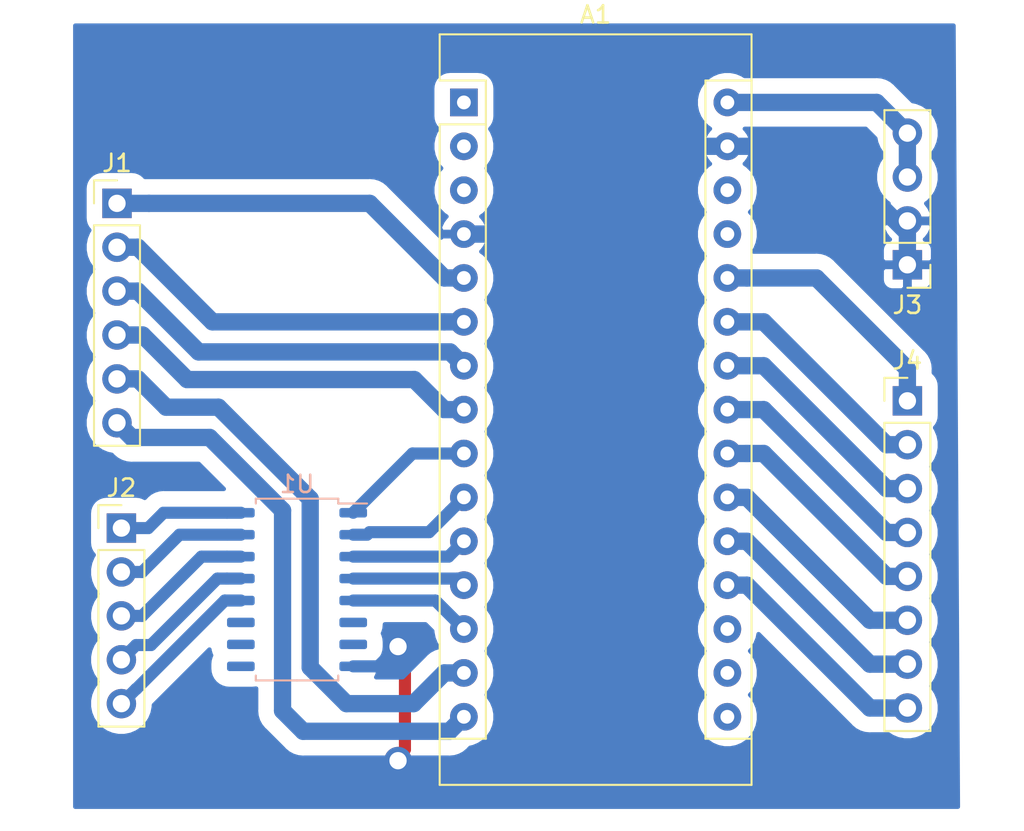
<source format=kicad_pcb>
(kicad_pcb (version 20171130) (host pcbnew 5.1.5-52549c5~84~ubuntu16.04.1)

  (general
    (thickness 1.6)
    (drawings 0)
    (tracks 120)
    (zones 0)
    (modules 6)
    (nets 27)
  )

  (page A4)
  (layers
    (0 F.Cu signal)
    (31 B.Cu signal)
    (32 B.Adhes user)
    (33 F.Adhes user)
    (34 B.Paste user)
    (35 F.Paste user)
    (36 B.SilkS user)
    (37 F.SilkS user)
    (38 B.Mask user)
    (39 F.Mask user)
    (40 Dwgs.User user)
    (41 Cmts.User user)
    (42 Eco1.User user)
    (43 Eco2.User user)
    (44 Edge.Cuts user)
    (45 Margin user)
    (46 B.CrtYd user)
    (47 F.CrtYd user)
    (48 B.Fab user)
    (49 F.Fab user)
  )

  (setup
    (last_trace_width 1)
    (trace_clearance 0.9)
    (zone_clearance 0.508)
    (zone_45_only no)
    (trace_min 0.2)
    (via_size 0.8)
    (via_drill 0.4)
    (via_min_size 0.4)
    (via_min_drill 0.3)
    (uvia_size 0.3)
    (uvia_drill 0.1)
    (uvias_allowed no)
    (uvia_min_size 0.2)
    (uvia_min_drill 0.1)
    (edge_width 0.05)
    (segment_width 0.2)
    (pcb_text_width 0.3)
    (pcb_text_size 1.5 1.5)
    (mod_edge_width 0.12)
    (mod_text_size 1 1)
    (mod_text_width 0.15)
    (pad_size 1.524 1.524)
    (pad_drill 0.762)
    (pad_to_mask_clearance 0.051)
    (solder_mask_min_width 0.25)
    (aux_axis_origin 0 0)
    (visible_elements FFFFFF7F)
    (pcbplotparams
      (layerselection 0x010fc_ffffffff)
      (usegerberextensions false)
      (usegerberattributes false)
      (usegerberadvancedattributes false)
      (creategerberjobfile false)
      (excludeedgelayer true)
      (linewidth 0.500000)
      (plotframeref false)
      (viasonmask false)
      (mode 1)
      (useauxorigin false)
      (hpglpennumber 1)
      (hpglpenspeed 20)
      (hpglpendiameter 15.000000)
      (psnegative false)
      (psa4output false)
      (plotreference true)
      (plotvalue true)
      (plotinvisibletext false)
      (padsonsilk false)
      (subtractmaskfromsilk false)
      (outputformat 1)
      (mirror false)
      (drillshape 1)
      (scaleselection 1)
      (outputdirectory ""))
  )

  (net 0 "")
  (net 1 "Net-(A1-Pad15)")
  (net 2 "Net-(A1-Pad30)")
  (net 3 "Net-(A1-Pad14)")
  (net 4 GND)
  (net 5 "Net-(A1-Pad13)")
  (net 6 "Net-(A1-Pad12)")
  (net 7 "Net-(A1-Pad11)")
  (net 8 "Net-(A1-Pad26)")
  (net 9 "Net-(A1-Pad10)")
  (net 10 "Net-(A1-Pad25)")
  (net 11 "Net-(A1-Pad9)")
  (net 12 "Net-(A1-Pad24)")
  (net 13 "Net-(A1-Pad8)")
  (net 14 "Net-(A1-Pad23)")
  (net 15 "Net-(A1-Pad7)")
  (net 16 "Net-(A1-Pad22)")
  (net 17 "Net-(A1-Pad6)")
  (net 18 "Net-(A1-Pad21)")
  (net 19 "Net-(A1-Pad5)")
  (net 20 "Net-(A1-Pad20)")
  (net 21 "Net-(A1-Pad19)")
  (net 22 "Net-(J2-Pad5)")
  (net 23 "Net-(J2-Pad4)")
  (net 24 "Net-(J2-Pad3)")
  (net 25 "Net-(J2-Pad2)")
  (net 26 "Net-(J2-Pad1)")

  (net_class Default "This is the default net class."
    (clearance 0.9)
    (trace_width 1)
    (via_dia 0.8)
    (via_drill 0.4)
    (uvia_dia 0.3)
    (uvia_drill 0.1)
    (add_net GND)
    (add_net "Net-(A1-Pad10)")
    (add_net "Net-(A1-Pad11)")
    (add_net "Net-(A1-Pad12)")
    (add_net "Net-(A1-Pad13)")
    (add_net "Net-(A1-Pad14)")
    (add_net "Net-(A1-Pad15)")
    (add_net "Net-(A1-Pad19)")
    (add_net "Net-(A1-Pad20)")
    (add_net "Net-(A1-Pad21)")
    (add_net "Net-(A1-Pad22)")
    (add_net "Net-(A1-Pad23)")
    (add_net "Net-(A1-Pad24)")
    (add_net "Net-(A1-Pad25)")
    (add_net "Net-(A1-Pad26)")
    (add_net "Net-(A1-Pad30)")
    (add_net "Net-(A1-Pad5)")
    (add_net "Net-(A1-Pad6)")
    (add_net "Net-(A1-Pad7)")
    (add_net "Net-(A1-Pad8)")
    (add_net "Net-(A1-Pad9)")
    (add_net "Net-(J2-Pad1)")
    (add_net "Net-(J2-Pad2)")
    (add_net "Net-(J2-Pad3)")
    (add_net "Net-(J2-Pad4)")
    (add_net "Net-(J2-Pad5)")
    (add_net "Net-(U1-Pad10)")
    (add_net "Net-(U1-Pad11)")
    (add_net "Net-(U1-Pad6)")
    (add_net "Net-(U1-Pad7)")
    (add_net "Net-(U1-Pad9)")
  )

  (module Package_SO:SOIC-16_4.55x10.3mm_P1.27mm (layer B.Cu) (tedit 5D9F72B1) (tstamp 5E5DF388)
    (at 114.808 104.394 180)
    (descr "SOIC, 16 Pin (https://toshiba.semicon-storage.com/info/docget.jsp?did=12858&prodName=TLP291-4), generated with kicad-footprint-generator ipc_gullwing_generator.py")
    (tags "SOIC SO")
    (path /5E5DE4F5)
    (attr smd)
    (fp_text reference U1 (at 0 6.1) (layer B.SilkS)
      (effects (font (size 1 1) (thickness 0.15)) (justify mirror))
    )
    (fp_text value ULN2003A (at 0 -6.1) (layer B.Fab)
      (effects (font (size 1 1) (thickness 0.15)) (justify mirror))
    )
    (fp_text user %R (at 0 0) (layer B.Fab)
      (effects (font (size 1 1) (thickness 0.15)) (justify mirror))
    )
    (fp_line (start 4.3 5.4) (end -4.3 5.4) (layer B.CrtYd) (width 0.05))
    (fp_line (start 4.3 -5.4) (end 4.3 5.4) (layer B.CrtYd) (width 0.05))
    (fp_line (start -4.3 -5.4) (end 4.3 -5.4) (layer B.CrtYd) (width 0.05))
    (fp_line (start -4.3 5.4) (end -4.3 -5.4) (layer B.CrtYd) (width 0.05))
    (fp_line (start -2.275 4.15) (end -1.275 5.15) (layer B.Fab) (width 0.1))
    (fp_line (start -2.275 -5.15) (end -2.275 4.15) (layer B.Fab) (width 0.1))
    (fp_line (start 2.275 -5.15) (end -2.275 -5.15) (layer B.Fab) (width 0.1))
    (fp_line (start 2.275 5.15) (end 2.275 -5.15) (layer B.Fab) (width 0.1))
    (fp_line (start -1.275 5.15) (end 2.275 5.15) (layer B.Fab) (width 0.1))
    (fp_line (start -2.385 4.98) (end -4.05 4.98) (layer B.SilkS) (width 0.12))
    (fp_line (start -2.385 5.26) (end -2.385 4.98) (layer B.SilkS) (width 0.12))
    (fp_line (start 0 5.26) (end -2.385 5.26) (layer B.SilkS) (width 0.12))
    (fp_line (start 2.385 5.26) (end 2.385 4.98) (layer B.SilkS) (width 0.12))
    (fp_line (start 0 5.26) (end 2.385 5.26) (layer B.SilkS) (width 0.12))
    (fp_line (start -2.385 -5.26) (end -2.385 -4.98) (layer B.SilkS) (width 0.12))
    (fp_line (start 0 -5.26) (end -2.385 -5.26) (layer B.SilkS) (width 0.12))
    (fp_line (start 2.385 -5.26) (end 2.385 -4.98) (layer B.SilkS) (width 0.12))
    (fp_line (start 0 -5.26) (end 2.385 -5.26) (layer B.SilkS) (width 0.12))
    (pad 16 smd roundrect (at 3.25 4.445 180) (size 1.6 0.55) (layers B.Cu B.Paste B.Mask) (roundrect_rratio 0.25)
      (net 26 "Net-(J2-Pad1)"))
    (pad 15 smd roundrect (at 3.25 3.175 180) (size 1.6 0.55) (layers B.Cu B.Paste B.Mask) (roundrect_rratio 0.25)
      (net 25 "Net-(J2-Pad2)"))
    (pad 14 smd roundrect (at 3.25 1.905 180) (size 1.6 0.55) (layers B.Cu B.Paste B.Mask) (roundrect_rratio 0.25)
      (net 24 "Net-(J2-Pad3)"))
    (pad 13 smd roundrect (at 3.25 0.635 180) (size 1.6 0.55) (layers B.Cu B.Paste B.Mask) (roundrect_rratio 0.25)
      (net 23 "Net-(J2-Pad4)"))
    (pad 12 smd roundrect (at 3.25 -0.635 180) (size 1.6 0.55) (layers B.Cu B.Paste B.Mask) (roundrect_rratio 0.25)
      (net 22 "Net-(J2-Pad5)"))
    (pad 11 smd roundrect (at 3.25 -1.905 180) (size 1.6 0.55) (layers B.Cu B.Paste B.Mask) (roundrect_rratio 0.25))
    (pad 10 smd roundrect (at 3.25 -3.175 180) (size 1.6 0.55) (layers B.Cu B.Paste B.Mask) (roundrect_rratio 0.25))
    (pad 9 smd roundrect (at 3.25 -4.445 180) (size 1.6 0.55) (layers B.Cu B.Paste B.Mask) (roundrect_rratio 0.25))
    (pad 8 smd roundrect (at -3.25 -4.445 180) (size 1.6 0.55) (layers B.Cu B.Paste B.Mask) (roundrect_rratio 0.25)
      (net 4 GND))
    (pad 7 smd roundrect (at -3.25 -3.175 180) (size 1.6 0.55) (layers B.Cu B.Paste B.Mask) (roundrect_rratio 0.25))
    (pad 6 smd roundrect (at -3.25 -1.905 180) (size 1.6 0.55) (layers B.Cu B.Paste B.Mask) (roundrect_rratio 0.25))
    (pad 5 smd roundrect (at -3.25 -0.635 180) (size 1.6 0.55) (layers B.Cu B.Paste B.Mask) (roundrect_rratio 0.25)
      (net 5 "Net-(A1-Pad13)"))
    (pad 4 smd roundrect (at -3.25 0.635 180) (size 1.6 0.55) (layers B.Cu B.Paste B.Mask) (roundrect_rratio 0.25)
      (net 6 "Net-(A1-Pad12)"))
    (pad 3 smd roundrect (at -3.25 1.905 180) (size 1.6 0.55) (layers B.Cu B.Paste B.Mask) (roundrect_rratio 0.25)
      (net 7 "Net-(A1-Pad11)"))
    (pad 2 smd roundrect (at -3.25 3.175 180) (size 1.6 0.55) (layers B.Cu B.Paste B.Mask) (roundrect_rratio 0.25)
      (net 9 "Net-(A1-Pad10)"))
    (pad 1 smd roundrect (at -3.25 4.445 180) (size 1.6 0.55) (layers B.Cu B.Paste B.Mask) (roundrect_rratio 0.25)
      (net 11 "Net-(A1-Pad9)"))
    (model ${KISYS3DMOD}/Package_SO.3dshapes/SOIC-16_4.55x10.3mm_P1.27mm.wrl
      (at (xyz 0 0 0))
      (scale (xyz 1 1 1))
      (rotate (xyz 0 0 0))
    )
  )

  (module Connector_PinHeader_2.54mm:PinHeader_1x08_P2.54mm_Vertical (layer F.Cu) (tedit 59FED5CC) (tstamp 5E5DF361)
    (at 150.114 93.472)
    (descr "Through hole straight pin header, 1x08, 2.54mm pitch, single row")
    (tags "Through hole pin header THT 1x08 2.54mm single row")
    (path /5E5F8271)
    (fp_text reference J4 (at 0 -2.33) (layer F.SilkS)
      (effects (font (size 1 1) (thickness 0.15)))
    )
    (fp_text value Conn_01x08_Male (at 0 20.11) (layer F.Fab)
      (effects (font (size 1 1) (thickness 0.15)))
    )
    (fp_text user %R (at 0 8.89 90) (layer F.Fab)
      (effects (font (size 1 1) (thickness 0.15)))
    )
    (fp_line (start 1.8 -1.8) (end -1.8 -1.8) (layer F.CrtYd) (width 0.05))
    (fp_line (start 1.8 19.55) (end 1.8 -1.8) (layer F.CrtYd) (width 0.05))
    (fp_line (start -1.8 19.55) (end 1.8 19.55) (layer F.CrtYd) (width 0.05))
    (fp_line (start -1.8 -1.8) (end -1.8 19.55) (layer F.CrtYd) (width 0.05))
    (fp_line (start -1.33 -1.33) (end 0 -1.33) (layer F.SilkS) (width 0.12))
    (fp_line (start -1.33 0) (end -1.33 -1.33) (layer F.SilkS) (width 0.12))
    (fp_line (start -1.33 1.27) (end 1.33 1.27) (layer F.SilkS) (width 0.12))
    (fp_line (start 1.33 1.27) (end 1.33 19.11) (layer F.SilkS) (width 0.12))
    (fp_line (start -1.33 1.27) (end -1.33 19.11) (layer F.SilkS) (width 0.12))
    (fp_line (start -1.33 19.11) (end 1.33 19.11) (layer F.SilkS) (width 0.12))
    (fp_line (start -1.27 -0.635) (end -0.635 -1.27) (layer F.Fab) (width 0.1))
    (fp_line (start -1.27 19.05) (end -1.27 -0.635) (layer F.Fab) (width 0.1))
    (fp_line (start 1.27 19.05) (end -1.27 19.05) (layer F.Fab) (width 0.1))
    (fp_line (start 1.27 -1.27) (end 1.27 19.05) (layer F.Fab) (width 0.1))
    (fp_line (start -0.635 -1.27) (end 1.27 -1.27) (layer F.Fab) (width 0.1))
    (pad 8 thru_hole oval (at 0 17.78) (size 1.7 1.7) (drill 1) (layers *.Cu *.Mask)
      (net 21 "Net-(A1-Pad19)"))
    (pad 7 thru_hole oval (at 0 15.24) (size 1.7 1.7) (drill 1) (layers *.Cu *.Mask)
      (net 20 "Net-(A1-Pad20)"))
    (pad 6 thru_hole oval (at 0 12.7) (size 1.7 1.7) (drill 1) (layers *.Cu *.Mask)
      (net 18 "Net-(A1-Pad21)"))
    (pad 5 thru_hole oval (at 0 10.16) (size 1.7 1.7) (drill 1) (layers *.Cu *.Mask)
      (net 16 "Net-(A1-Pad22)"))
    (pad 4 thru_hole oval (at 0 7.62) (size 1.7 1.7) (drill 1) (layers *.Cu *.Mask)
      (net 14 "Net-(A1-Pad23)"))
    (pad 3 thru_hole oval (at 0 5.08) (size 1.7 1.7) (drill 1) (layers *.Cu *.Mask)
      (net 12 "Net-(A1-Pad24)"))
    (pad 2 thru_hole oval (at 0 2.54) (size 1.7 1.7) (drill 1) (layers *.Cu *.Mask)
      (net 10 "Net-(A1-Pad25)"))
    (pad 1 thru_hole rect (at 0 0) (size 1.7 1.7) (drill 1) (layers *.Cu *.Mask)
      (net 8 "Net-(A1-Pad26)"))
    (model ${KISYS3DMOD}/Connector_PinHeader_2.54mm.3dshapes/PinHeader_1x08_P2.54mm_Vertical.wrl
      (at (xyz 0 0 0))
      (scale (xyz 1 1 1))
      (rotate (xyz 0 0 0))
    )
  )

  (module Connector_PinHeader_2.54mm:PinHeader_1x04_P2.54mm_Vertical (layer F.Cu) (tedit 59FED5CC) (tstamp 5E5DF345)
    (at 150.114 85.598 180)
    (descr "Through hole straight pin header, 1x04, 2.54mm pitch, single row")
    (tags "Through hole pin header THT 1x04 2.54mm single row")
    (path /5E6026CA)
    (fp_text reference J3 (at 0 -2.33) (layer F.SilkS)
      (effects (font (size 1 1) (thickness 0.15)))
    )
    (fp_text value Conn_01x04_Male (at 0 9.95) (layer F.Fab)
      (effects (font (size 1 1) (thickness 0.15)))
    )
    (fp_text user %R (at 0 3.81 90) (layer F.Fab)
      (effects (font (size 1 1) (thickness 0.15)))
    )
    (fp_line (start 1.8 -1.8) (end -1.8 -1.8) (layer F.CrtYd) (width 0.05))
    (fp_line (start 1.8 9.4) (end 1.8 -1.8) (layer F.CrtYd) (width 0.05))
    (fp_line (start -1.8 9.4) (end 1.8 9.4) (layer F.CrtYd) (width 0.05))
    (fp_line (start -1.8 -1.8) (end -1.8 9.4) (layer F.CrtYd) (width 0.05))
    (fp_line (start -1.33 -1.33) (end 0 -1.33) (layer F.SilkS) (width 0.12))
    (fp_line (start -1.33 0) (end -1.33 -1.33) (layer F.SilkS) (width 0.12))
    (fp_line (start -1.33 1.27) (end 1.33 1.27) (layer F.SilkS) (width 0.12))
    (fp_line (start 1.33 1.27) (end 1.33 8.95) (layer F.SilkS) (width 0.12))
    (fp_line (start -1.33 1.27) (end -1.33 8.95) (layer F.SilkS) (width 0.12))
    (fp_line (start -1.33 8.95) (end 1.33 8.95) (layer F.SilkS) (width 0.12))
    (fp_line (start -1.27 -0.635) (end -0.635 -1.27) (layer F.Fab) (width 0.1))
    (fp_line (start -1.27 8.89) (end -1.27 -0.635) (layer F.Fab) (width 0.1))
    (fp_line (start 1.27 8.89) (end -1.27 8.89) (layer F.Fab) (width 0.1))
    (fp_line (start 1.27 -1.27) (end 1.27 8.89) (layer F.Fab) (width 0.1))
    (fp_line (start -0.635 -1.27) (end 1.27 -1.27) (layer F.Fab) (width 0.1))
    (pad 4 thru_hole oval (at 0 7.62 180) (size 1.7 1.7) (drill 1) (layers *.Cu *.Mask)
      (net 2 "Net-(A1-Pad30)"))
    (pad 3 thru_hole oval (at 0 5.08 180) (size 1.7 1.7) (drill 1) (layers *.Cu *.Mask)
      (net 2 "Net-(A1-Pad30)"))
    (pad 2 thru_hole oval (at 0 2.54 180) (size 1.7 1.7) (drill 1) (layers *.Cu *.Mask)
      (net 4 GND))
    (pad 1 thru_hole rect (at 0 0 180) (size 1.7 1.7) (drill 1) (layers *.Cu *.Mask)
      (net 4 GND))
    (model ${KISYS3DMOD}/Connector_PinHeader_2.54mm.3dshapes/PinHeader_1x04_P2.54mm_Vertical.wrl
      (at (xyz 0 0 0))
      (scale (xyz 1 1 1))
      (rotate (xyz 0 0 0))
    )
  )

  (module Connector_PinHeader_2.54mm:PinHeader_1x05_P2.54mm_Vertical (layer F.Cu) (tedit 59FED5CC) (tstamp 5E5DF32D)
    (at 104.648 100.838)
    (descr "Through hole straight pin header, 1x05, 2.54mm pitch, single row")
    (tags "Through hole pin header THT 1x05 2.54mm single row")
    (path /5E5F223C)
    (fp_text reference J2 (at 0 -2.33) (layer F.SilkS)
      (effects (font (size 1 1) (thickness 0.15)))
    )
    (fp_text value Conn_01x05_Male (at 0 12.49) (layer F.Fab)
      (effects (font (size 1 1) (thickness 0.15)))
    )
    (fp_text user %R (at 0 5.08 90) (layer F.Fab)
      (effects (font (size 1 1) (thickness 0.15)))
    )
    (fp_line (start 1.8 -1.8) (end -1.8 -1.8) (layer F.CrtYd) (width 0.05))
    (fp_line (start 1.8 11.95) (end 1.8 -1.8) (layer F.CrtYd) (width 0.05))
    (fp_line (start -1.8 11.95) (end 1.8 11.95) (layer F.CrtYd) (width 0.05))
    (fp_line (start -1.8 -1.8) (end -1.8 11.95) (layer F.CrtYd) (width 0.05))
    (fp_line (start -1.33 -1.33) (end 0 -1.33) (layer F.SilkS) (width 0.12))
    (fp_line (start -1.33 0) (end -1.33 -1.33) (layer F.SilkS) (width 0.12))
    (fp_line (start -1.33 1.27) (end 1.33 1.27) (layer F.SilkS) (width 0.12))
    (fp_line (start 1.33 1.27) (end 1.33 11.49) (layer F.SilkS) (width 0.12))
    (fp_line (start -1.33 1.27) (end -1.33 11.49) (layer F.SilkS) (width 0.12))
    (fp_line (start -1.33 11.49) (end 1.33 11.49) (layer F.SilkS) (width 0.12))
    (fp_line (start -1.27 -0.635) (end -0.635 -1.27) (layer F.Fab) (width 0.1))
    (fp_line (start -1.27 11.43) (end -1.27 -0.635) (layer F.Fab) (width 0.1))
    (fp_line (start 1.27 11.43) (end -1.27 11.43) (layer F.Fab) (width 0.1))
    (fp_line (start 1.27 -1.27) (end 1.27 11.43) (layer F.Fab) (width 0.1))
    (fp_line (start -0.635 -1.27) (end 1.27 -1.27) (layer F.Fab) (width 0.1))
    (pad 5 thru_hole oval (at 0 10.16) (size 1.7 1.7) (drill 1) (layers *.Cu *.Mask)
      (net 22 "Net-(J2-Pad5)"))
    (pad 4 thru_hole oval (at 0 7.62) (size 1.7 1.7) (drill 1) (layers *.Cu *.Mask)
      (net 23 "Net-(J2-Pad4)"))
    (pad 3 thru_hole oval (at 0 5.08) (size 1.7 1.7) (drill 1) (layers *.Cu *.Mask)
      (net 24 "Net-(J2-Pad3)"))
    (pad 2 thru_hole oval (at 0 2.54) (size 1.7 1.7) (drill 1) (layers *.Cu *.Mask)
      (net 25 "Net-(J2-Pad2)"))
    (pad 1 thru_hole rect (at 0 0) (size 1.7 1.7) (drill 1) (layers *.Cu *.Mask)
      (net 26 "Net-(J2-Pad1)"))
    (model ${KISYS3DMOD}/Connector_PinHeader_2.54mm.3dshapes/PinHeader_1x05_P2.54mm_Vertical.wrl
      (at (xyz 0 0 0))
      (scale (xyz 1 1 1))
      (rotate (xyz 0 0 0))
    )
  )

  (module Connector_PinHeader_2.54mm:PinHeader_1x06_P2.54mm_Vertical (layer F.Cu) (tedit 59FED5CC) (tstamp 5E5DF314)
    (at 104.394 82.042)
    (descr "Through hole straight pin header, 1x06, 2.54mm pitch, single row")
    (tags "Through hole pin header THT 1x06 2.54mm single row")
    (path /5E5F460E)
    (fp_text reference J1 (at 0 -2.33) (layer F.SilkS)
      (effects (font (size 1 1) (thickness 0.15)))
    )
    (fp_text value Conn_01x06_Male (at 0 15.03) (layer F.Fab)
      (effects (font (size 1 1) (thickness 0.15)))
    )
    (fp_text user %R (at 0 6.35 90) (layer F.Fab)
      (effects (font (size 1 1) (thickness 0.15)))
    )
    (fp_line (start 1.8 -1.8) (end -1.8 -1.8) (layer F.CrtYd) (width 0.05))
    (fp_line (start 1.8 14.5) (end 1.8 -1.8) (layer F.CrtYd) (width 0.05))
    (fp_line (start -1.8 14.5) (end 1.8 14.5) (layer F.CrtYd) (width 0.05))
    (fp_line (start -1.8 -1.8) (end -1.8 14.5) (layer F.CrtYd) (width 0.05))
    (fp_line (start -1.33 -1.33) (end 0 -1.33) (layer F.SilkS) (width 0.12))
    (fp_line (start -1.33 0) (end -1.33 -1.33) (layer F.SilkS) (width 0.12))
    (fp_line (start -1.33 1.27) (end 1.33 1.27) (layer F.SilkS) (width 0.12))
    (fp_line (start 1.33 1.27) (end 1.33 14.03) (layer F.SilkS) (width 0.12))
    (fp_line (start -1.33 1.27) (end -1.33 14.03) (layer F.SilkS) (width 0.12))
    (fp_line (start -1.33 14.03) (end 1.33 14.03) (layer F.SilkS) (width 0.12))
    (fp_line (start -1.27 -0.635) (end -0.635 -1.27) (layer F.Fab) (width 0.1))
    (fp_line (start -1.27 13.97) (end -1.27 -0.635) (layer F.Fab) (width 0.1))
    (fp_line (start 1.27 13.97) (end -1.27 13.97) (layer F.Fab) (width 0.1))
    (fp_line (start 1.27 -1.27) (end 1.27 13.97) (layer F.Fab) (width 0.1))
    (fp_line (start -0.635 -1.27) (end 1.27 -1.27) (layer F.Fab) (width 0.1))
    (pad 6 thru_hole oval (at 0 12.7) (size 1.7 1.7) (drill 1) (layers *.Cu *.Mask)
      (net 1 "Net-(A1-Pad15)"))
    (pad 5 thru_hole oval (at 0 10.16) (size 1.7 1.7) (drill 1) (layers *.Cu *.Mask)
      (net 3 "Net-(A1-Pad14)"))
    (pad 4 thru_hole oval (at 0 7.62) (size 1.7 1.7) (drill 1) (layers *.Cu *.Mask)
      (net 13 "Net-(A1-Pad8)"))
    (pad 3 thru_hole oval (at 0 5.08) (size 1.7 1.7) (drill 1) (layers *.Cu *.Mask)
      (net 15 "Net-(A1-Pad7)"))
    (pad 2 thru_hole oval (at 0 2.54) (size 1.7 1.7) (drill 1) (layers *.Cu *.Mask)
      (net 17 "Net-(A1-Pad6)"))
    (pad 1 thru_hole rect (at 0 0) (size 1.7 1.7) (drill 1) (layers *.Cu *.Mask)
      (net 19 "Net-(A1-Pad5)"))
    (model ${KISYS3DMOD}/Connector_PinHeader_2.54mm.3dshapes/PinHeader_1x06_P2.54mm_Vertical.wrl
      (at (xyz 0 0 0))
      (scale (xyz 1 1 1))
      (rotate (xyz 0 0 0))
    )
  )

  (module Module:Arduino_Nano (layer F.Cu) (tedit 58ACAF70) (tstamp 5E5DF2FA)
    (at 124.46 76.2)
    (descr "Arduino Nano, http://www.mouser.com/pdfdocs/Gravitech_Arduino_Nano3_0.pdf")
    (tags "Arduino Nano")
    (path /5E5D44CE)
    (fp_text reference A1 (at 7.62 -5.08) (layer F.SilkS)
      (effects (font (size 1 1) (thickness 0.15)))
    )
    (fp_text value Arduino_Nano_v3.x (at 8.89 19.05 90) (layer F.Fab)
      (effects (font (size 1 1) (thickness 0.15)))
    )
    (fp_line (start 16.75 42.16) (end -1.53 42.16) (layer F.CrtYd) (width 0.05))
    (fp_line (start 16.75 42.16) (end 16.75 -4.06) (layer F.CrtYd) (width 0.05))
    (fp_line (start -1.53 -4.06) (end -1.53 42.16) (layer F.CrtYd) (width 0.05))
    (fp_line (start -1.53 -4.06) (end 16.75 -4.06) (layer F.CrtYd) (width 0.05))
    (fp_line (start 16.51 -3.81) (end 16.51 39.37) (layer F.Fab) (width 0.1))
    (fp_line (start 0 -3.81) (end 16.51 -3.81) (layer F.Fab) (width 0.1))
    (fp_line (start -1.27 -2.54) (end 0 -3.81) (layer F.Fab) (width 0.1))
    (fp_line (start -1.27 39.37) (end -1.27 -2.54) (layer F.Fab) (width 0.1))
    (fp_line (start 16.51 39.37) (end -1.27 39.37) (layer F.Fab) (width 0.1))
    (fp_line (start 16.64 -3.94) (end -1.4 -3.94) (layer F.SilkS) (width 0.12))
    (fp_line (start 16.64 39.5) (end 16.64 -3.94) (layer F.SilkS) (width 0.12))
    (fp_line (start -1.4 39.5) (end 16.64 39.5) (layer F.SilkS) (width 0.12))
    (fp_line (start 3.81 41.91) (end 3.81 31.75) (layer F.Fab) (width 0.1))
    (fp_line (start 11.43 41.91) (end 3.81 41.91) (layer F.Fab) (width 0.1))
    (fp_line (start 11.43 31.75) (end 11.43 41.91) (layer F.Fab) (width 0.1))
    (fp_line (start 3.81 31.75) (end 11.43 31.75) (layer F.Fab) (width 0.1))
    (fp_line (start 1.27 36.83) (end -1.4 36.83) (layer F.SilkS) (width 0.12))
    (fp_line (start 1.27 1.27) (end 1.27 36.83) (layer F.SilkS) (width 0.12))
    (fp_line (start 1.27 1.27) (end -1.4 1.27) (layer F.SilkS) (width 0.12))
    (fp_line (start 13.97 36.83) (end 16.64 36.83) (layer F.SilkS) (width 0.12))
    (fp_line (start 13.97 -1.27) (end 13.97 36.83) (layer F.SilkS) (width 0.12))
    (fp_line (start 13.97 -1.27) (end 16.64 -1.27) (layer F.SilkS) (width 0.12))
    (fp_line (start -1.4 -3.94) (end -1.4 -1.27) (layer F.SilkS) (width 0.12))
    (fp_line (start -1.4 1.27) (end -1.4 39.5) (layer F.SilkS) (width 0.12))
    (fp_line (start 1.27 -1.27) (end -1.4 -1.27) (layer F.SilkS) (width 0.12))
    (fp_line (start 1.27 1.27) (end 1.27 -1.27) (layer F.SilkS) (width 0.12))
    (fp_text user %R (at 6.35 19.05 90) (layer F.Fab)
      (effects (font (size 1 1) (thickness 0.15)))
    )
    (pad 16 thru_hole oval (at 15.24 35.56) (size 1.6 1.6) (drill 0.8) (layers *.Cu *.Mask))
    (pad 15 thru_hole oval (at 0 35.56) (size 1.6 1.6) (drill 0.8) (layers *.Cu *.Mask)
      (net 1 "Net-(A1-Pad15)"))
    (pad 30 thru_hole oval (at 15.24 0) (size 1.6 1.6) (drill 0.8) (layers *.Cu *.Mask)
      (net 2 "Net-(A1-Pad30)"))
    (pad 14 thru_hole oval (at 0 33.02) (size 1.6 1.6) (drill 0.8) (layers *.Cu *.Mask)
      (net 3 "Net-(A1-Pad14)"))
    (pad 29 thru_hole oval (at 15.24 2.54) (size 1.6 1.6) (drill 0.8) (layers *.Cu *.Mask)
      (net 4 GND))
    (pad 13 thru_hole oval (at 0 30.48) (size 1.6 1.6) (drill 0.8) (layers *.Cu *.Mask)
      (net 5 "Net-(A1-Pad13)"))
    (pad 28 thru_hole oval (at 15.24 5.08) (size 1.6 1.6) (drill 0.8) (layers *.Cu *.Mask))
    (pad 12 thru_hole oval (at 0 27.94) (size 1.6 1.6) (drill 0.8) (layers *.Cu *.Mask)
      (net 6 "Net-(A1-Pad12)"))
    (pad 27 thru_hole oval (at 15.24 7.62) (size 1.6 1.6) (drill 0.8) (layers *.Cu *.Mask))
    (pad 11 thru_hole oval (at 0 25.4) (size 1.6 1.6) (drill 0.8) (layers *.Cu *.Mask)
      (net 7 "Net-(A1-Pad11)"))
    (pad 26 thru_hole oval (at 15.24 10.16) (size 1.6 1.6) (drill 0.8) (layers *.Cu *.Mask)
      (net 8 "Net-(A1-Pad26)"))
    (pad 10 thru_hole oval (at 0 22.86) (size 1.6 1.6) (drill 0.8) (layers *.Cu *.Mask)
      (net 9 "Net-(A1-Pad10)"))
    (pad 25 thru_hole oval (at 15.24 12.7) (size 1.6 1.6) (drill 0.8) (layers *.Cu *.Mask)
      (net 10 "Net-(A1-Pad25)"))
    (pad 9 thru_hole oval (at 0 20.32) (size 1.6 1.6) (drill 0.8) (layers *.Cu *.Mask)
      (net 11 "Net-(A1-Pad9)"))
    (pad 24 thru_hole oval (at 15.24 15.24) (size 1.6 1.6) (drill 0.8) (layers *.Cu *.Mask)
      (net 12 "Net-(A1-Pad24)"))
    (pad 8 thru_hole oval (at 0 17.78) (size 1.6 1.6) (drill 0.8) (layers *.Cu *.Mask)
      (net 13 "Net-(A1-Pad8)"))
    (pad 23 thru_hole oval (at 15.24 17.78) (size 1.6 1.6) (drill 0.8) (layers *.Cu *.Mask)
      (net 14 "Net-(A1-Pad23)"))
    (pad 7 thru_hole oval (at 0 15.24) (size 1.6 1.6) (drill 0.8) (layers *.Cu *.Mask)
      (net 15 "Net-(A1-Pad7)"))
    (pad 22 thru_hole oval (at 15.24 20.32) (size 1.6 1.6) (drill 0.8) (layers *.Cu *.Mask)
      (net 16 "Net-(A1-Pad22)"))
    (pad 6 thru_hole oval (at 0 12.7) (size 1.6 1.6) (drill 0.8) (layers *.Cu *.Mask)
      (net 17 "Net-(A1-Pad6)"))
    (pad 21 thru_hole oval (at 15.24 22.86) (size 1.6 1.6) (drill 0.8) (layers *.Cu *.Mask)
      (net 18 "Net-(A1-Pad21)"))
    (pad 5 thru_hole oval (at 0 10.16) (size 1.6 1.6) (drill 0.8) (layers *.Cu *.Mask)
      (net 19 "Net-(A1-Pad5)"))
    (pad 20 thru_hole oval (at 15.24 25.4) (size 1.6 1.6) (drill 0.8) (layers *.Cu *.Mask)
      (net 20 "Net-(A1-Pad20)"))
    (pad 4 thru_hole oval (at 0 7.62) (size 1.6 1.6) (drill 0.8) (layers *.Cu *.Mask)
      (net 4 GND))
    (pad 19 thru_hole oval (at 15.24 27.94) (size 1.6 1.6) (drill 0.8) (layers *.Cu *.Mask)
      (net 21 "Net-(A1-Pad19)"))
    (pad 3 thru_hole oval (at 0 5.08) (size 1.6 1.6) (drill 0.8) (layers *.Cu *.Mask))
    (pad 18 thru_hole oval (at 15.24 30.48) (size 1.6 1.6) (drill 0.8) (layers *.Cu *.Mask))
    (pad 2 thru_hole oval (at 0 2.54) (size 1.6 1.6) (drill 0.8) (layers *.Cu *.Mask))
    (pad 17 thru_hole oval (at 15.24 33.02) (size 1.6 1.6) (drill 0.8) (layers *.Cu *.Mask))
    (pad 1 thru_hole rect (at 0 0) (size 1.6 1.6) (drill 0.8) (layers *.Cu *.Mask))
    (model ${KISYS3DMOD}/Module.3dshapes/Arduino_Nano_WithMountingHoles.wrl
      (at (xyz 0 0 0))
      (scale (xyz 1 1 1))
      (rotate (xyz 0 0 0))
    )
  )

  (segment (start 115.161254 112.598011) (end 123.621989 112.598011) (width 1) (layer B.Cu) (net 1))
  (segment (start 123.660001 112.559999) (end 124.46 111.76) (width 1) (layer B.Cu) (net 1))
  (segment (start 104.394 94.742) (end 105.243999 95.591999) (width 1) (layer B.Cu) (net 1))
  (segment (start 105.243999 95.591999) (end 109.751105 95.591999) (width 1) (layer B.Cu) (net 1))
  (segment (start 123.621989 112.598011) (end 123.660001 112.559999) (width 1) (layer B.Cu) (net 1))
  (segment (start 113.969989 111.406746) (end 115.161254 112.598011) (width 1) (layer B.Cu) (net 1))
  (segment (start 113.969989 99.810883) (end 113.969989 111.406746) (width 1) (layer B.Cu) (net 1))
  (segment (start 109.751105 95.591999) (end 113.969989 99.810883) (width 1) (layer B.Cu) (net 1))
  (segment (start 148.336 76.2) (end 150.114 77.978) (width 1) (layer B.Cu) (net 2))
  (segment (start 139.7 76.2) (end 148.336 76.2) (width 1) (layer B.Cu) (net 2))
  (segment (start 150.114 80.518) (end 150.114 77.978) (width 1) (layer B.Cu) (net 2))
  (segment (start 123.32863 109.22) (end 121.55063 110.998) (width 1) (layer B.Cu) (net 3))
  (segment (start 115.57 108.901106) (end 115.57 99.148137) (width 1) (layer B.Cu) (net 3))
  (segment (start 115.57 99.148137) (end 110.261886 93.840023) (width 1) (layer B.Cu) (net 3))
  (segment (start 107.234104 93.840023) (end 105.596081 92.202) (width 1) (layer B.Cu) (net 3))
  (segment (start 124.46 109.22) (end 123.32863 109.22) (width 1) (layer B.Cu) (net 3))
  (segment (start 121.55063 110.998) (end 117.666894 110.998) (width 1) (layer B.Cu) (net 3))
  (segment (start 110.261886 93.840023) (end 107.234104 93.840023) (width 1) (layer B.Cu) (net 3))
  (segment (start 117.666894 110.998) (end 115.57 108.901106) (width 1) (layer B.Cu) (net 3))
  (segment (start 105.596081 92.202) (end 104.394 92.202) (width 1) (layer B.Cu) (net 3))
  (segment (start 136.144 78.74) (end 139.7 78.74) (width 1) (layer B.Cu) (net 4))
  (segment (start 131.064 83.82) (end 136.144 78.74) (width 1) (layer B.Cu) (net 4))
  (segment (start 145.106 78.74) (end 150.114 83.748) (width 1) (layer B.Cu) (net 4))
  (segment (start 150.114 83.748) (end 150.114 85.598) (width 1) (layer B.Cu) (net 4))
  (segment (start 139.7 78.74) (end 145.106 78.74) (width 1) (layer B.Cu) (net 4))
  (via (at 120.65 107.696) (size 1.6) (drill 1) (layers F.Cu B.Cu) (net 4))
  (segment (start 119.507 108.839) (end 120.65 107.696) (width 0.7) (layer B.Cu) (net 4))
  (segment (start 118.058 108.839) (end 119.507 108.839) (width 0.7) (layer B.Cu) (net 4))
  (segment (start 121.049999 108.095999) (end 121.049999 113.646001) (width 0.7) (layer F.Cu) (net 4))
  (segment (start 120.65 107.696) (end 121.049999 108.095999) (width 0.7) (layer F.Cu) (net 4))
  (via (at 120.65 114.3) (size 1.6) (drill 1) (layers F.Cu B.Cu) (net 4))
  (segment (start 120.65 114.046) (end 120.65 114.3) (width 0.7) (layer F.Cu) (net 4))
  (segment (start 121.049999 113.646001) (end 120.65 114.046) (width 0.7) (layer F.Cu) (net 4))
  (segment (start 121.049999 114.699999) (end 125.584001 114.699999) (width 1) (layer B.Cu) (net 4))
  (segment (start 120.65 114.3) (end 121.049999 114.699999) (width 0.7) (layer B.Cu) (net 4))
  (segment (start 125.584001 114.699999) (end 128.524 111.76) (width 1) (layer B.Cu) (net 4))
  (segment (start 128.524 86.36) (end 125.984 83.82) (width 1) (layer B.Cu) (net 4))
  (segment (start 125.984 83.82) (end 131.064 83.82) (width 1) (layer B.Cu) (net 4))
  (segment (start 128.524 111.76) (end 128.524 86.36) (width 1) (layer B.Cu) (net 4))
  (segment (start 124.46 83.82) (end 125.984 83.82) (width 1) (layer B.Cu) (net 4))
  (segment (start 122.809 105.029) (end 124.46 106.68) (width 0.7) (layer B.Cu) (net 5))
  (segment (start 118.058 105.029) (end 122.809 105.029) (width 0.7) (layer B.Cu) (net 5))
  (segment (start 124.079 103.759) (end 124.46 104.14) (width 0.7) (layer B.Cu) (net 6))
  (segment (start 118.058 103.759) (end 124.079 103.759) (width 0.7) (layer B.Cu) (net 6))
  (segment (start 123.571 102.489) (end 118.058 102.489) (width 0.7) (layer B.Cu) (net 7))
  (segment (start 124.46 101.6) (end 123.571 102.489) (width 0.7) (layer B.Cu) (net 7))
  (segment (start 140.83137 86.36) (end 139.7 86.36) (width 1) (layer B.Cu) (net 8))
  (segment (start 144.852 86.36) (end 140.83137 86.36) (width 1) (layer B.Cu) (net 8))
  (segment (start 150.114 91.622) (end 144.852 86.36) (width 1) (layer B.Cu) (net 8))
  (segment (start 150.114 93.472) (end 150.114 91.622) (width 1) (layer B.Cu) (net 8))
  (segment (start 123.660001 99.859999) (end 124.46 99.06) (width 0.7) (layer B.Cu) (net 9))
  (segment (start 119.00299 101.07401) (end 122.44599 101.07401) (width 0.7) (layer B.Cu) (net 9))
  (segment (start 118.858 101.219) (end 119.00299 101.07401) (width 0.7) (layer B.Cu) (net 9))
  (segment (start 118.058 101.219) (end 118.858 101.219) (width 0.7) (layer B.Cu) (net 9))
  (segment (start 122.44599 101.07401) (end 123.660001 99.859999) (width 0.7) (layer B.Cu) (net 9))
  (segment (start 141.799919 88.9) (end 148.911919 96.012) (width 1) (layer B.Cu) (net 10))
  (segment (start 148.911919 96.012) (end 150.114 96.012) (width 1) (layer B.Cu) (net 10))
  (segment (start 139.7 88.9) (end 141.799919 88.9) (width 1) (layer B.Cu) (net 10))
  (segment (start 121.487 96.52) (end 124.46 96.52) (width 0.7) (layer B.Cu) (net 11))
  (segment (start 118.058 99.949) (end 121.487 96.52) (width 0.7) (layer B.Cu) (net 11))
  (segment (start 139.7 91.44) (end 141.799919 91.44) (width 1) (layer B.Cu) (net 12))
  (segment (start 148.911919 98.552) (end 150.114 98.552) (width 1) (layer B.Cu) (net 12))
  (segment (start 141.799919 91.44) (end 148.911919 98.552) (width 1) (layer B.Cu) (net 12))
  (segment (start 104.394 89.662) (end 105.873325 89.662) (width 1) (layer B.Cu) (net 13))
  (segment (start 123.32863 93.98) (end 124.46 93.98) (width 1) (layer B.Cu) (net 13))
  (segment (start 121.588642 92.240012) (end 123.32863 93.98) (width 1) (layer B.Cu) (net 13))
  (segment (start 108.451336 92.240012) (end 121.588642 92.240012) (width 1) (layer B.Cu) (net 13))
  (segment (start 105.873325 89.662) (end 108.451336 92.240012) (width 1) (layer B.Cu) (net 13))
  (segment (start 139.7 93.98) (end 141.799919 93.98) (width 1) (layer B.Cu) (net 14))
  (segment (start 148.911919 101.092) (end 150.114 101.092) (width 1) (layer B.Cu) (net 14))
  (segment (start 141.799919 93.98) (end 148.911919 101.092) (width 1) (layer B.Cu) (net 14))
  (segment (start 105.596081 87.122) (end 104.394 87.122) (width 1) (layer B.Cu) (net 15))
  (segment (start 109.114082 90.640001) (end 105.596081 87.122) (width 1) (layer B.Cu) (net 15))
  (segment (start 124.46 91.44) (end 123.660001 90.640001) (width 1) (layer B.Cu) (net 15))
  (segment (start 123.660001 90.640001) (end 109.114082 90.640001) (width 1) (layer B.Cu) (net 15))
  (segment (start 141.799919 96.52) (end 140.83137 96.52) (width 1) (layer B.Cu) (net 16))
  (segment (start 140.83137 96.52) (end 139.7 96.52) (width 1) (layer B.Cu) (net 16))
  (segment (start 148.911919 103.632) (end 141.799919 96.52) (width 1) (layer B.Cu) (net 16))
  (segment (start 150.114 103.632) (end 148.911919 103.632) (width 1) (layer B.Cu) (net 16))
  (segment (start 123.32863 88.9) (end 124.46 88.9) (width 1) (layer B.Cu) (net 17))
  (segment (start 109.914081 88.9) (end 123.32863 88.9) (width 1) (layer B.Cu) (net 17))
  (segment (start 105.596081 84.582) (end 109.914081 88.9) (width 1) (layer B.Cu) (net 17))
  (segment (start 104.394 84.582) (end 105.596081 84.582) (width 1) (layer B.Cu) (net 17))
  (segment (start 148.911919 106.172) (end 150.114 106.172) (width 1) (layer B.Cu) (net 18))
  (segment (start 147.94337 106.172) (end 148.911919 106.172) (width 1) (layer B.Cu) (net 18))
  (segment (start 140.83137 99.06) (end 147.94337 106.172) (width 1) (layer B.Cu) (net 18))
  (segment (start 139.7 99.06) (end 140.83137 99.06) (width 1) (layer B.Cu) (net 18))
  (segment (start 106.244 82.042) (end 104.394 82.042) (width 1) (layer B.Cu) (net 19))
  (segment (start 119.01063 82.042) (end 106.244 82.042) (width 1) (layer B.Cu) (net 19))
  (segment (start 123.32863 86.36) (end 119.01063 82.042) (width 1) (layer B.Cu) (net 19))
  (segment (start 124.46 86.36) (end 123.32863 86.36) (width 1) (layer B.Cu) (net 19))
  (segment (start 148.911919 108.712) (end 150.114 108.712) (width 1) (layer B.Cu) (net 20))
  (segment (start 147.94337 108.712) (end 148.911919 108.712) (width 1) (layer B.Cu) (net 20))
  (segment (start 140.83137 101.6) (end 147.94337 108.712) (width 1) (layer B.Cu) (net 20))
  (segment (start 139.7 101.6) (end 140.83137 101.6) (width 1) (layer B.Cu) (net 20))
  (segment (start 148.911919 111.252) (end 150.114 111.252) (width 1) (layer B.Cu) (net 21))
  (segment (start 140.83137 104.14) (end 147.94337 111.252) (width 1) (layer B.Cu) (net 21))
  (segment (start 147.94337 111.252) (end 148.911919 111.252) (width 1) (layer B.Cu) (net 21))
  (segment (start 139.7 104.14) (end 140.83137 104.14) (width 1) (layer B.Cu) (net 21))
  (segment (start 105.497999 110.148001) (end 104.648 110.998) (width 0.7) (layer B.Cu) (net 22))
  (segment (start 105.512447 110.148001) (end 105.497999 110.148001) (width 0.7) (layer B.Cu) (net 22))
  (segment (start 110.631448 105.029) (end 105.512447 110.148001) (width 0.7) (layer B.Cu) (net 22))
  (segment (start 111.558 105.029) (end 110.631448 105.029) (width 0.7) (layer B.Cu) (net 22))
  (segment (start 110.204378 103.759) (end 110.758 103.759) (width 0.7) (layer B.Cu) (net 23))
  (segment (start 106.355377 107.608001) (end 110.204378 103.759) (width 0.7) (layer B.Cu) (net 23))
  (segment (start 110.758 103.759) (end 111.558 103.759) (width 0.7) (layer B.Cu) (net 23))
  (segment (start 105.497999 107.608001) (end 106.355377 107.608001) (width 0.7) (layer B.Cu) (net 23))
  (segment (start 104.648 108.458) (end 105.497999 107.608001) (width 0.7) (layer B.Cu) (net 23))
  (segment (start 110.758 102.489) (end 111.558 102.489) (width 0.7) (layer B.Cu) (net 24))
  (segment (start 109.279081 102.489) (end 110.758 102.489) (width 0.7) (layer B.Cu) (net 24))
  (segment (start 105.850081 105.918) (end 109.279081 102.489) (width 0.7) (layer B.Cu) (net 24))
  (segment (start 104.648 105.918) (end 105.850081 105.918) (width 0.7) (layer B.Cu) (net 24))
  (segment (start 110.758 101.219) (end 111.558 101.219) (width 0.7) (layer B.Cu) (net 25))
  (segment (start 108.009081 101.219) (end 110.758 101.219) (width 0.7) (layer B.Cu) (net 25))
  (segment (start 105.850081 103.378) (end 108.009081 101.219) (width 0.7) (layer B.Cu) (net 25))
  (segment (start 104.648 103.378) (end 105.850081 103.378) (width 0.7) (layer B.Cu) (net 25))
  (segment (start 110.758 99.949) (end 111.558 99.949) (width 0.7) (layer B.Cu) (net 26))
  (segment (start 106.198 100.838) (end 107.087 99.949) (width 0.7) (layer B.Cu) (net 26))
  (segment (start 107.087 99.949) (end 110.758 99.949) (width 0.7) (layer B.Cu) (net 26))
  (segment (start 104.648 100.838) (end 106.198 100.838) (width 0.7) (layer B.Cu) (net 26))

  (zone (net 4) (net_name GND) (layer B.Cu) (tstamp 0) (hatch edge 0.508)
    (connect_pads (clearance 0.508))
    (min_thickness 0.254)
    (fill yes (arc_segments 32) (thermal_gap 0.508) (thermal_bridge_width 0.508))
    (polygon
      (pts
        (xy 153.162 117.094) (xy 101.854 117.094) (xy 101.854 71.628) (xy 152.908 71.628)
      )
    )
    (filled_polygon
      (pts
        (xy 153.034289 116.967) (xy 101.981 116.967) (xy 101.981 81.192) (xy 102.512031 81.192) (xy 102.512031 82.892)
        (xy 102.53186 83.093327) (xy 102.590585 83.286917) (xy 102.685949 83.465331) (xy 102.794393 83.59747) (xy 102.730624 83.692907)
        (xy 102.589132 84.034499) (xy 102.517 84.397132) (xy 102.517 84.766868) (xy 102.589132 85.129501) (xy 102.730624 85.471093)
        (xy 102.936039 85.778518) (xy 103.009521 85.852) (xy 102.936039 85.925482) (xy 102.730624 86.232907) (xy 102.589132 86.574499)
        (xy 102.517 86.937132) (xy 102.517 87.306868) (xy 102.589132 87.669501) (xy 102.730624 88.011093) (xy 102.936039 88.318518)
        (xy 103.009521 88.392) (xy 102.936039 88.465482) (xy 102.730624 88.772907) (xy 102.589132 89.114499) (xy 102.517 89.477132)
        (xy 102.517 89.846868) (xy 102.589132 90.209501) (xy 102.730624 90.551093) (xy 102.936039 90.858518) (xy 103.009521 90.932)
        (xy 102.936039 91.005482) (xy 102.730624 91.312907) (xy 102.589132 91.654499) (xy 102.517 92.017132) (xy 102.517 92.386868)
        (xy 102.589132 92.749501) (xy 102.730624 93.091093) (xy 102.936039 93.398518) (xy 103.009521 93.472) (xy 102.936039 93.545482)
        (xy 102.730624 93.852907) (xy 102.589132 94.194499) (xy 102.517 94.557132) (xy 102.517 94.926868) (xy 102.589132 95.289501)
        (xy 102.730624 95.631093) (xy 102.936039 95.938518) (xy 103.197482 96.199961) (xy 103.504907 96.405376) (xy 103.846499 96.546868)
        (xy 104.087254 96.594757) (xy 104.111202 96.618705) (xy 104.159023 96.676975) (xy 104.391539 96.867796) (xy 104.656814 97.009589)
        (xy 104.944655 97.096904) (xy 105.168988 97.118999) (xy 105.168997 97.118999) (xy 105.243998 97.126386) (xy 105.318999 97.118999)
        (xy 109.118602 97.118999) (xy 110.571603 98.572) (xy 107.15464 98.572) (xy 107.087 98.565338) (xy 106.81706 98.591925)
        (xy 106.577805 98.664502) (xy 106.557495 98.670663) (xy 106.318279 98.798527) (xy 106.108603 98.970603) (xy 106.065479 99.02315)
        (xy 105.997919 99.09071) (xy 105.892917 99.034585) (xy 105.699327 98.97586) (xy 105.498 98.956031) (xy 103.798 98.956031)
        (xy 103.596673 98.97586) (xy 103.403083 99.034585) (xy 103.224669 99.129949) (xy 103.068288 99.258288) (xy 102.939949 99.414669)
        (xy 102.844585 99.593083) (xy 102.78586 99.786673) (xy 102.766031 99.988) (xy 102.766031 101.688) (xy 102.78586 101.889327)
        (xy 102.844585 102.082917) (xy 102.939949 102.261331) (xy 103.048393 102.39347) (xy 102.984624 102.488907) (xy 102.843132 102.830499)
        (xy 102.771 103.193132) (xy 102.771 103.562868) (xy 102.843132 103.925501) (xy 102.984624 104.267093) (xy 103.190039 104.574518)
        (xy 103.263521 104.648) (xy 103.190039 104.721482) (xy 102.984624 105.028907) (xy 102.843132 105.370499) (xy 102.771 105.733132)
        (xy 102.771 106.102868) (xy 102.843132 106.465501) (xy 102.984624 106.807093) (xy 103.190039 107.114518) (xy 103.263521 107.188)
        (xy 103.190039 107.261482) (xy 102.984624 107.568907) (xy 102.843132 107.910499) (xy 102.771 108.273132) (xy 102.771 108.642868)
        (xy 102.843132 109.005501) (xy 102.984624 109.347093) (xy 103.190039 109.654518) (xy 103.263521 109.728) (xy 103.190039 109.801482)
        (xy 102.984624 110.108907) (xy 102.843132 110.450499) (xy 102.771 110.813132) (xy 102.771 111.182868) (xy 102.843132 111.545501)
        (xy 102.984624 111.887093) (xy 103.190039 112.194518) (xy 103.451482 112.455961) (xy 103.758907 112.661376) (xy 104.100499 112.802868)
        (xy 104.463132 112.875) (xy 104.832868 112.875) (xy 105.195501 112.802868) (xy 105.537093 112.661376) (xy 105.844518 112.455961)
        (xy 106.105961 112.194518) (xy 106.311376 111.887093) (xy 106.452868 111.545501) (xy 106.525 111.182868) (xy 106.525 111.084779)
        (xy 106.533968 111.073851) (xy 109.741747 107.866072) (xy 109.748502 107.934652) (xy 109.815052 108.154036) (xy 109.841758 108.204)
        (xy 109.815052 108.253964) (xy 109.748502 108.473348) (xy 109.726031 108.7015) (xy 109.726031 108.9765) (xy 109.748502 109.204652)
        (xy 109.815052 109.424036) (xy 109.923122 109.626222) (xy 110.068561 109.803439) (xy 110.245778 109.948878) (xy 110.447964 110.056948)
        (xy 110.667348 110.123498) (xy 110.8955 110.145969) (xy 112.2205 110.145969) (xy 112.44299 110.124056) (xy 112.44299 111.331735)
        (xy 112.435602 111.406746) (xy 112.44299 111.481757) (xy 112.465085 111.70609) (xy 112.5524 111.993931) (xy 112.694193 112.259206)
        (xy 112.885014 112.491722) (xy 112.943278 112.539538) (xy 114.028461 113.624722) (xy 114.076278 113.682987) (xy 114.308794 113.873808)
        (xy 114.574069 114.015601) (xy 114.86191 114.102916) (xy 115.086243 114.125011) (xy 115.086252 114.125011) (xy 115.161253 114.132398)
        (xy 115.236254 114.125011) (xy 123.546988 114.125011) (xy 123.621989 114.132398) (xy 123.69699 114.125011) (xy 123.697 114.125011)
        (xy 123.921333 114.102916) (xy 124.209174 114.015601) (xy 124.474449 113.873808) (xy 124.706965 113.682987) (xy 124.754786 113.624717)
        (xy 124.830384 113.549119) (xy 124.992916 113.516789) (xy 125.325409 113.379066) (xy 125.624645 113.179124) (xy 125.879124 112.924645)
        (xy 126.079066 112.625409) (xy 126.216789 112.292916) (xy 126.287 111.939944) (xy 126.287 111.580056) (xy 126.216789 111.227084)
        (xy 126.079066 110.894591) (xy 125.879124 110.595355) (xy 125.773769 110.49) (xy 125.879124 110.384645) (xy 126.079066 110.085409)
        (xy 126.216789 109.752916) (xy 126.287 109.399944) (xy 126.287 109.040056) (xy 126.216789 108.687084) (xy 126.079066 108.354591)
        (xy 125.879124 108.055355) (xy 125.773769 107.95) (xy 125.879124 107.844645) (xy 126.079066 107.545409) (xy 126.216789 107.212916)
        (xy 126.287 106.859944) (xy 126.287 106.500056) (xy 126.216789 106.147084) (xy 126.079066 105.814591) (xy 125.879124 105.515355)
        (xy 125.773769 105.41) (xy 125.879124 105.304645) (xy 126.079066 105.005409) (xy 126.216789 104.672916) (xy 126.287 104.319944)
        (xy 126.287 103.960056) (xy 126.216789 103.607084) (xy 126.079066 103.274591) (xy 125.879124 102.975355) (xy 125.773769 102.87)
        (xy 125.879124 102.764645) (xy 126.079066 102.465409) (xy 126.216789 102.132916) (xy 126.287 101.779944) (xy 126.287 101.420056)
        (xy 126.216789 101.067084) (xy 126.079066 100.734591) (xy 125.879124 100.435355) (xy 125.773769 100.33) (xy 125.879124 100.224645)
        (xy 126.079066 99.925409) (xy 126.216789 99.592916) (xy 126.287 99.239944) (xy 126.287 98.880056) (xy 126.216789 98.527084)
        (xy 126.079066 98.194591) (xy 125.879124 97.895355) (xy 125.773769 97.79) (xy 125.879124 97.684645) (xy 126.079066 97.385409)
        (xy 126.216789 97.052916) (xy 126.287 96.699944) (xy 126.287 96.340056) (xy 126.216789 95.987084) (xy 126.079066 95.654591)
        (xy 125.879124 95.355355) (xy 125.773769 95.25) (xy 125.879124 95.144645) (xy 126.079066 94.845409) (xy 126.216789 94.512916)
        (xy 126.287 94.159944) (xy 126.287 93.800056) (xy 126.216789 93.447084) (xy 126.079066 93.114591) (xy 125.879124 92.815355)
        (xy 125.773769 92.71) (xy 125.879124 92.604645) (xy 126.079066 92.305409) (xy 126.216789 91.972916) (xy 126.287 91.619944)
        (xy 126.287 91.260056) (xy 126.216789 90.907084) (xy 126.079066 90.574591) (xy 125.879124 90.275355) (xy 125.773769 90.17)
        (xy 125.879124 90.064645) (xy 126.079066 89.765409) (xy 126.216789 89.432916) (xy 126.287 89.079944) (xy 126.287 88.720056)
        (xy 126.216789 88.367084) (xy 126.079066 88.034591) (xy 125.879124 87.735355) (xy 125.773769 87.63) (xy 125.879124 87.524645)
        (xy 126.079066 87.225409) (xy 126.216789 86.892916) (xy 126.287 86.539944) (xy 126.287 86.180056) (xy 126.216789 85.827084)
        (xy 126.079066 85.494591) (xy 125.879124 85.195355) (xy 125.624645 84.940876) (xy 125.466445 84.83517) (xy 125.523519 84.783414)
        (xy 125.691037 84.55742) (xy 125.811246 84.303087) (xy 125.851904 84.169039) (xy 125.729915 83.947) (xy 124.587 83.947)
        (xy 124.587 83.967) (xy 124.333 83.967) (xy 124.333 83.947) (xy 123.190085 83.947) (xy 123.149324 84.021191)
        (xy 120.143427 81.015294) (xy 120.095606 80.957024) (xy 119.86309 80.766203) (xy 119.597815 80.62441) (xy 119.309974 80.537095)
        (xy 119.085641 80.515) (xy 119.085631 80.515) (xy 119.01063 80.507613) (xy 118.935629 80.515) (xy 106.016972 80.515)
        (xy 105.973712 80.462288) (xy 105.817331 80.333949) (xy 105.638917 80.238585) (xy 105.445327 80.17986) (xy 105.244 80.160031)
        (xy 103.544 80.160031) (xy 103.342673 80.17986) (xy 103.149083 80.238585) (xy 102.970669 80.333949) (xy 102.814288 80.462288)
        (xy 102.685949 80.618669) (xy 102.590585 80.797083) (xy 102.53186 80.990673) (xy 102.512031 81.192) (xy 101.981 81.192)
        (xy 101.981 75.4) (xy 122.628031 75.4) (xy 122.628031 77) (xy 122.64786 77.201327) (xy 122.706585 77.394917)
        (xy 122.801949 77.573331) (xy 122.930288 77.729712) (xy 122.9351 77.733661) (xy 122.840934 77.874591) (xy 122.703211 78.207084)
        (xy 122.633 78.560056) (xy 122.633 78.919944) (xy 122.703211 79.272916) (xy 122.840934 79.605409) (xy 123.040876 79.904645)
        (xy 123.146231 80.01) (xy 123.040876 80.115355) (xy 122.840934 80.414591) (xy 122.703211 80.747084) (xy 122.633 81.100056)
        (xy 122.633 81.459944) (xy 122.703211 81.812916) (xy 122.840934 82.145409) (xy 123.040876 82.444645) (xy 123.295355 82.699124)
        (xy 123.453555 82.80483) (xy 123.396481 82.856586) (xy 123.228963 83.08258) (xy 123.108754 83.336913) (xy 123.068096 83.470961)
        (xy 123.190085 83.693) (xy 124.333 83.693) (xy 124.333 83.673) (xy 124.587 83.673) (xy 124.587 83.693)
        (xy 125.729915 83.693) (xy 125.851904 83.470961) (xy 125.811246 83.336913) (xy 125.691037 83.08258) (xy 125.523519 82.856586)
        (xy 125.466445 82.80483) (xy 125.624645 82.699124) (xy 125.879124 82.444645) (xy 126.079066 82.145409) (xy 126.216789 81.812916)
        (xy 126.287 81.459944) (xy 126.287 81.100056) (xy 137.873 81.100056) (xy 137.873 81.459944) (xy 137.943211 81.812916)
        (xy 138.080934 82.145409) (xy 138.280876 82.444645) (xy 138.386231 82.55) (xy 138.280876 82.655355) (xy 138.080934 82.954591)
        (xy 137.943211 83.287084) (xy 137.873 83.640056) (xy 137.873 83.999944) (xy 137.943211 84.352916) (xy 138.080934 84.685409)
        (xy 138.280876 84.984645) (xy 138.386231 85.09) (xy 138.280876 85.195355) (xy 138.080934 85.494591) (xy 137.943211 85.827084)
        (xy 137.873 86.180056) (xy 137.873 86.539944) (xy 137.943211 86.892916) (xy 138.080934 87.225409) (xy 138.280876 87.524645)
        (xy 138.386231 87.63) (xy 138.280876 87.735355) (xy 138.080934 88.034591) (xy 137.943211 88.367084) (xy 137.873 88.720056)
        (xy 137.873 89.079944) (xy 137.943211 89.432916) (xy 138.080934 89.765409) (xy 138.280876 90.064645) (xy 138.386231 90.17)
        (xy 138.280876 90.275355) (xy 138.080934 90.574591) (xy 137.943211 90.907084) (xy 137.873 91.260056) (xy 137.873 91.619944)
        (xy 137.943211 91.972916) (xy 138.080934 92.305409) (xy 138.280876 92.604645) (xy 138.386231 92.71) (xy 138.280876 92.815355)
        (xy 138.080934 93.114591) (xy 137.943211 93.447084) (xy 137.873 93.800056) (xy 137.873 94.159944) (xy 137.943211 94.512916)
        (xy 138.080934 94.845409) (xy 138.280876 95.144645) (xy 138.386231 95.25) (xy 138.280876 95.355355) (xy 138.080934 95.654591)
        (xy 137.943211 95.987084) (xy 137.873 96.340056) (xy 137.873 96.699944) (xy 137.943211 97.052916) (xy 138.080934 97.385409)
        (xy 138.280876 97.684645) (xy 138.386231 97.79) (xy 138.280876 97.895355) (xy 138.080934 98.194591) (xy 137.943211 98.527084)
        (xy 137.873 98.880056) (xy 137.873 99.239944) (xy 137.943211 99.592916) (xy 138.080934 99.925409) (xy 138.280876 100.224645)
        (xy 138.386231 100.33) (xy 138.280876 100.435355) (xy 138.080934 100.734591) (xy 137.943211 101.067084) (xy 137.873 101.420056)
        (xy 137.873 101.779944) (xy 137.943211 102.132916) (xy 138.080934 102.465409) (xy 138.280876 102.764645) (xy 138.386231 102.87)
        (xy 138.280876 102.975355) (xy 138.080934 103.274591) (xy 137.943211 103.607084) (xy 137.873 103.960056) (xy 137.873 104.319944)
        (xy 137.943211 104.672916) (xy 138.080934 105.005409) (xy 138.280876 105.304645) (xy 138.386231 105.41) (xy 138.280876 105.515355)
        (xy 138.080934 105.814591) (xy 137.943211 106.147084) (xy 137.873 106.500056) (xy 137.873 106.859944) (xy 137.943211 107.212916)
        (xy 138.080934 107.545409) (xy 138.280876 107.844645) (xy 138.386231 107.95) (xy 138.280876 108.055355) (xy 138.080934 108.354591)
        (xy 137.943211 108.687084) (xy 137.873 109.040056) (xy 137.873 109.399944) (xy 137.943211 109.752916) (xy 138.080934 110.085409)
        (xy 138.280876 110.384645) (xy 138.386231 110.49) (xy 138.280876 110.595355) (xy 138.080934 110.894591) (xy 137.943211 111.227084)
        (xy 137.873 111.580056) (xy 137.873 111.939944) (xy 137.943211 112.292916) (xy 138.080934 112.625409) (xy 138.280876 112.924645)
        (xy 138.535355 113.179124) (xy 138.834591 113.379066) (xy 139.167084 113.516789) (xy 139.520056 113.587) (xy 139.879944 113.587)
        (xy 140.232916 113.516789) (xy 140.565409 113.379066) (xy 140.864645 113.179124) (xy 141.119124 112.924645) (xy 141.319066 112.625409)
        (xy 141.456789 112.292916) (xy 141.527 111.939944) (xy 141.527 111.580056) (xy 141.456789 111.227084) (xy 141.319066 110.894591)
        (xy 141.119124 110.595355) (xy 141.013769 110.49) (xy 141.119124 110.384645) (xy 141.319066 110.085409) (xy 141.456789 109.752916)
        (xy 141.527 109.399944) (xy 141.527 109.040056) (xy 141.456789 108.687084) (xy 141.319066 108.354591) (xy 141.119124 108.055355)
        (xy 141.013769 107.95) (xy 141.119124 107.844645) (xy 141.319066 107.545409) (xy 141.456789 107.212916) (xy 141.504571 106.972704)
        (xy 146.810578 112.278712) (xy 146.858394 112.336976) (xy 147.09091 112.527797) (xy 147.340818 112.661376) (xy 147.356185 112.66959)
        (xy 147.644025 112.756905) (xy 147.671325 112.759594) (xy 147.868359 112.779) (xy 147.868366 112.779) (xy 147.94337 112.786387)
        (xy 148.018374 112.779) (xy 149.020806 112.779) (xy 149.224907 112.915376) (xy 149.566499 113.056868) (xy 149.929132 113.129)
        (xy 150.298868 113.129) (xy 150.661501 113.056868) (xy 151.003093 112.915376) (xy 151.310518 112.709961) (xy 151.571961 112.448518)
        (xy 151.777376 112.141093) (xy 151.918868 111.799501) (xy 151.991 111.436868) (xy 151.991 111.067132) (xy 151.918868 110.704499)
        (xy 151.777376 110.362907) (xy 151.571961 110.055482) (xy 151.498479 109.982) (xy 151.571961 109.908518) (xy 151.777376 109.601093)
        (xy 151.918868 109.259501) (xy 151.991 108.896868) (xy 151.991 108.527132) (xy 151.918868 108.164499) (xy 151.777376 107.822907)
        (xy 151.571961 107.515482) (xy 151.498479 107.442) (xy 151.571961 107.368518) (xy 151.777376 107.061093) (xy 151.918868 106.719501)
        (xy 151.991 106.356868) (xy 151.991 105.987132) (xy 151.918868 105.624499) (xy 151.777376 105.282907) (xy 151.571961 104.975482)
        (xy 151.498479 104.902) (xy 151.571961 104.828518) (xy 151.777376 104.521093) (xy 151.918868 104.179501) (xy 151.991 103.816868)
        (xy 151.991 103.447132) (xy 151.918868 103.084499) (xy 151.777376 102.742907) (xy 151.571961 102.435482) (xy 151.498479 102.362)
        (xy 151.571961 102.288518) (xy 151.777376 101.981093) (xy 151.918868 101.639501) (xy 151.991 101.276868) (xy 151.991 100.907132)
        (xy 151.918868 100.544499) (xy 151.777376 100.202907) (xy 151.571961 99.895482) (xy 151.498479 99.822) (xy 151.571961 99.748518)
        (xy 151.777376 99.441093) (xy 151.918868 99.099501) (xy 151.991 98.736868) (xy 151.991 98.367132) (xy 151.918868 98.004499)
        (xy 151.777376 97.662907) (xy 151.571961 97.355482) (xy 151.498479 97.282) (xy 151.571961 97.208518) (xy 151.777376 96.901093)
        (xy 151.918868 96.559501) (xy 151.991 96.196868) (xy 151.991 95.827132) (xy 151.918868 95.464499) (xy 151.777376 95.122907)
        (xy 151.713607 95.02747) (xy 151.822051 94.895331) (xy 151.917415 94.716917) (xy 151.97614 94.523327) (xy 151.995969 94.322)
        (xy 151.995969 92.622) (xy 151.97614 92.420673) (xy 151.917415 92.227083) (xy 151.822051 92.048669) (xy 151.693712 91.892288)
        (xy 151.641 91.849028) (xy 151.641 91.697004) (xy 151.648387 91.622) (xy 151.641 91.546996) (xy 151.641 91.546989)
        (xy 151.618905 91.322656) (xy 151.568059 91.155036) (xy 151.53159 91.034815) (xy 151.48056 90.939345) (xy 151.389797 90.76954)
        (xy 151.343406 90.713012) (xy 151.246793 90.595288) (xy 151.246788 90.595283) (xy 151.198976 90.537024) (xy 151.140717 90.489212)
        (xy 147.099504 86.448) (xy 148.625928 86.448) (xy 148.638188 86.572482) (xy 148.674498 86.69218) (xy 148.733463 86.802494)
        (xy 148.812815 86.899185) (xy 148.909506 86.978537) (xy 149.01982 87.037502) (xy 149.139518 87.073812) (xy 149.264 87.086072)
        (xy 149.82825 87.083) (xy 149.987 86.92425) (xy 149.987 85.725) (xy 150.241 85.725) (xy 150.241 86.92425)
        (xy 150.39975 87.083) (xy 150.964 87.086072) (xy 151.088482 87.073812) (xy 151.20818 87.037502) (xy 151.318494 86.978537)
        (xy 151.415185 86.899185) (xy 151.494537 86.802494) (xy 151.553502 86.69218) (xy 151.589812 86.572482) (xy 151.602072 86.448)
        (xy 151.599 85.88375) (xy 151.44025 85.725) (xy 150.241 85.725) (xy 149.987 85.725) (xy 148.78775 85.725)
        (xy 148.629 85.88375) (xy 148.625928 86.448) (xy 147.099504 86.448) (xy 145.984797 85.333294) (xy 145.936976 85.275024)
        (xy 145.70446 85.084203) (xy 145.439185 84.94241) (xy 145.151344 84.855095) (xy 144.927011 84.833) (xy 144.927001 84.833)
        (xy 144.852 84.825613) (xy 144.776999 84.833) (xy 141.220449 84.833) (xy 141.277244 84.748) (xy 148.625928 84.748)
        (xy 148.629 85.31225) (xy 148.78775 85.471) (xy 149.987 85.471) (xy 149.987 83.185) (xy 150.241 83.185)
        (xy 150.241 85.471) (xy 151.44025 85.471) (xy 151.599 85.31225) (xy 151.602072 84.748) (xy 151.589812 84.623518)
        (xy 151.553502 84.50382) (xy 151.494537 84.393506) (xy 151.415185 84.296815) (xy 151.318494 84.217463) (xy 151.20818 84.158498)
        (xy 151.127534 84.134034) (xy 151.211588 84.058269) (xy 151.385641 83.82492) (xy 151.510825 83.562099) (xy 151.555476 83.41489)
        (xy 151.434155 83.185) (xy 150.241 83.185) (xy 149.987 83.185) (xy 148.793845 83.185) (xy 148.672524 83.41489)
        (xy 148.717175 83.562099) (xy 148.842359 83.82492) (xy 149.016412 84.058269) (xy 149.100466 84.134034) (xy 149.01982 84.158498)
        (xy 148.909506 84.217463) (xy 148.812815 84.296815) (xy 148.733463 84.393506) (xy 148.674498 84.50382) (xy 148.638188 84.623518)
        (xy 148.625928 84.748) (xy 141.277244 84.748) (xy 141.319066 84.685409) (xy 141.456789 84.352916) (xy 141.527 83.999944)
        (xy 141.527 83.640056) (xy 141.456789 83.287084) (xy 141.319066 82.954591) (xy 141.119124 82.655355) (xy 141.013769 82.55)
        (xy 141.119124 82.444645) (xy 141.319066 82.145409) (xy 141.456789 81.812916) (xy 141.527 81.459944) (xy 141.527 81.100056)
        (xy 141.456789 80.747084) (xy 141.319066 80.414591) (xy 141.119124 80.115355) (xy 140.864645 79.860876) (xy 140.706445 79.75517)
        (xy 140.763519 79.703414) (xy 140.931037 79.47742) (xy 141.051246 79.223087) (xy 141.091904 79.089039) (xy 140.969915 78.867)
        (xy 139.827 78.867) (xy 139.827 78.887) (xy 139.573 78.887) (xy 139.573 78.867) (xy 138.430085 78.867)
        (xy 138.308096 79.089039) (xy 138.348754 79.223087) (xy 138.468963 79.47742) (xy 138.636481 79.703414) (xy 138.693555 79.75517)
        (xy 138.535355 79.860876) (xy 138.280876 80.115355) (xy 138.080934 80.414591) (xy 137.943211 80.747084) (xy 137.873 81.100056)
        (xy 126.287 81.100056) (xy 126.216789 80.747084) (xy 126.079066 80.414591) (xy 125.879124 80.115355) (xy 125.773769 80.01)
        (xy 125.879124 79.904645) (xy 126.079066 79.605409) (xy 126.216789 79.272916) (xy 126.287 78.919944) (xy 126.287 78.560056)
        (xy 126.216789 78.207084) (xy 126.079066 77.874591) (xy 125.9849 77.733661) (xy 125.989712 77.729712) (xy 126.118051 77.573331)
        (xy 126.213415 77.394917) (xy 126.27214 77.201327) (xy 126.291969 77) (xy 126.291969 76.020056) (xy 137.873 76.020056)
        (xy 137.873 76.379944) (xy 137.943211 76.732916) (xy 138.080934 77.065409) (xy 138.280876 77.364645) (xy 138.535355 77.619124)
        (xy 138.693555 77.72483) (xy 138.636481 77.776586) (xy 138.468963 78.00258) (xy 138.348754 78.256913) (xy 138.308096 78.390961)
        (xy 138.430085 78.613) (xy 139.573 78.613) (xy 139.573 78.593) (xy 139.827 78.593) (xy 139.827 78.613)
        (xy 140.969915 78.613) (xy 141.091904 78.390961) (xy 141.051246 78.256913) (xy 140.931037 78.00258) (xy 140.763519 77.776586)
        (xy 140.708838 77.727) (xy 147.703496 77.727) (xy 148.261243 78.284747) (xy 148.309132 78.525501) (xy 148.450624 78.867093)
        (xy 148.587001 79.071195) (xy 148.587 79.424805) (xy 148.450624 79.628907) (xy 148.309132 79.970499) (xy 148.237 80.333132)
        (xy 148.237 80.702868) (xy 148.309132 81.065501) (xy 148.450624 81.407093) (xy 148.656039 81.714518) (xy 148.917482 81.975961)
        (xy 149.026394 82.048734) (xy 149.016412 82.057731) (xy 148.842359 82.29108) (xy 148.717175 82.553901) (xy 148.672524 82.70111)
        (xy 148.793845 82.931) (xy 149.987 82.931) (xy 149.987 82.911) (xy 150.241 82.911) (xy 150.241 82.931)
        (xy 151.434155 82.931) (xy 151.555476 82.70111) (xy 151.510825 82.553901) (xy 151.385641 82.29108) (xy 151.211588 82.057731)
        (xy 151.201606 82.048734) (xy 151.310518 81.975961) (xy 151.571961 81.714518) (xy 151.777376 81.407093) (xy 151.918868 81.065501)
        (xy 151.991 80.702868) (xy 151.991 80.333132) (xy 151.918868 79.970499) (xy 151.777376 79.628907) (xy 151.641 79.424806)
        (xy 151.641 79.071194) (xy 151.777376 78.867093) (xy 151.918868 78.525501) (xy 151.991 78.162868) (xy 151.991 77.793132)
        (xy 151.918868 77.430499) (xy 151.777376 77.088907) (xy 151.571961 76.781482) (xy 151.310518 76.520039) (xy 151.003093 76.314624)
        (xy 150.661501 76.173132) (xy 150.420747 76.125243) (xy 149.468796 75.173293) (xy 149.420976 75.115024) (xy 149.18846 74.924203)
        (xy 148.923185 74.78241) (xy 148.635344 74.695095) (xy 148.411011 74.673) (xy 148.411001 74.673) (xy 148.336 74.665613)
        (xy 148.260999 74.673) (xy 140.703196 74.673) (xy 140.565409 74.580934) (xy 140.232916 74.443211) (xy 139.879944 74.373)
        (xy 139.520056 74.373) (xy 139.167084 74.443211) (xy 138.834591 74.580934) (xy 138.535355 74.780876) (xy 138.280876 75.035355)
        (xy 138.080934 75.334591) (xy 137.943211 75.667084) (xy 137.873 76.020056) (xy 126.291969 76.020056) (xy 126.291969 75.4)
        (xy 126.27214 75.198673) (xy 126.213415 75.005083) (xy 126.118051 74.826669) (xy 125.989712 74.670288) (xy 125.833331 74.541949)
        (xy 125.654917 74.446585) (xy 125.461327 74.38786) (xy 125.26 74.368031) (xy 123.66 74.368031) (xy 123.458673 74.38786)
        (xy 123.265083 74.446585) (xy 123.086669 74.541949) (xy 122.930288 74.670288) (xy 122.801949 74.826669) (xy 122.706585 75.005083)
        (xy 122.64786 75.198673) (xy 122.628031 75.4) (xy 101.981 75.4) (xy 101.981 71.755) (xy 152.781708 71.755)
      )
    )
    (filled_polygon
      (pts
        (xy 122.633 106.800372) (xy 122.633 106.859944) (xy 122.703211 107.212916) (xy 122.840934 107.545409) (xy 122.966949 107.734004)
        (xy 122.853845 107.768314) (xy 122.741445 107.80241) (xy 122.47617 107.944203) (xy 122.476168 107.944204) (xy 122.476169 107.944204)
        (xy 122.301918 108.087207) (xy 122.301913 108.087212) (xy 122.243654 108.135024) (xy 122.195842 108.193283) (xy 120.918126 109.471)
        (xy 119.386848 109.471) (xy 119.44632 109.361012) (xy 119.483206 109.24149) (xy 119.493 109.12475) (xy 119.33425 108.966)
        (xy 118.185 108.966) (xy 118.185 108.986) (xy 117.931 108.986) (xy 117.931 108.966) (xy 117.911 108.966)
        (xy 117.911 108.875969) (xy 118.7205 108.875969) (xy 118.948652 108.853498) (xy 119.168036 108.786948) (xy 119.308255 108.712)
        (xy 119.33425 108.712) (xy 119.364099 108.682151) (xy 119.370222 108.678878) (xy 119.547439 108.533439) (xy 119.692878 108.356222)
        (xy 119.800948 108.154036) (xy 119.867498 107.934652) (xy 119.889969 107.7065) (xy 119.889969 107.4315) (xy 119.867498 107.203348)
        (xy 119.800948 106.983964) (xy 119.774242 106.934) (xy 119.800948 106.884036) (xy 119.867498 106.664652) (xy 119.889969 106.4365)
        (xy 119.889969 106.406) (xy 122.238628 106.406)
      )
    )
  )
)

</source>
